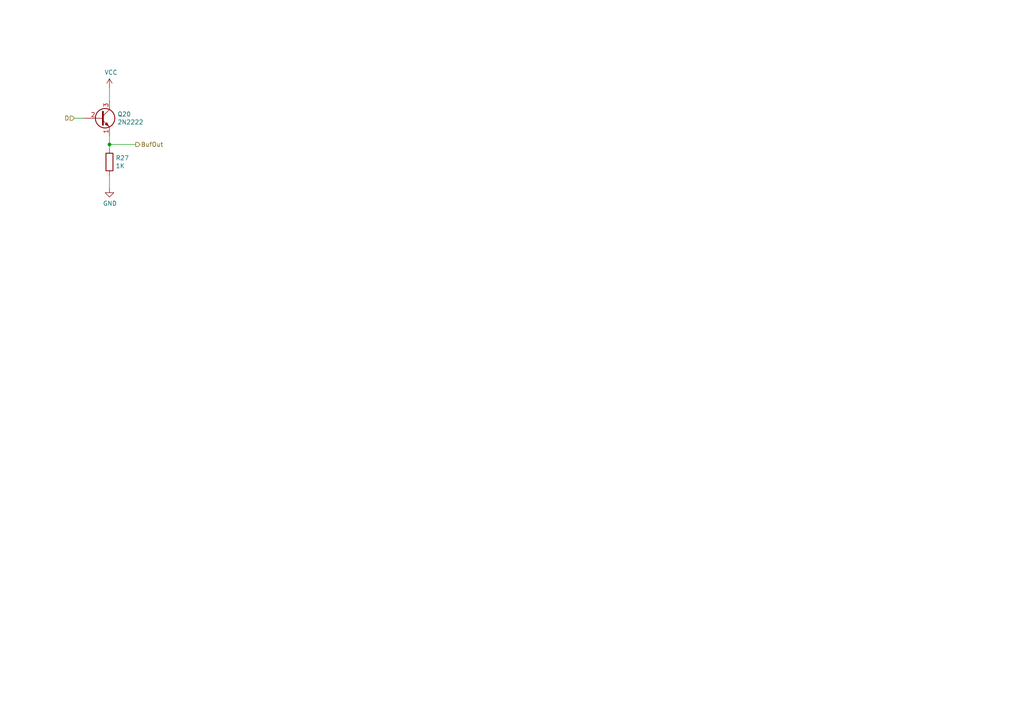
<source format=kicad_sch>
(kicad_sch (version 20230121) (generator eeschema)
  (paper "A4")
  (lib_symbols
    (symbol "2n2222:2N2222" (pin_names (offset 0) hide)
      (property "Reference" "Q" (at 5.08 1.905 0))
      (property "Value" "2N2222" (at 5.08 0 0))
      (symbol "2N2222_0_1"
        (polyline (pts (xy 0.635 0.635) (xy 2.54 2.54)))
        (polyline (pts (xy 0.635 -0.635) (xy 2.54 -2.54) (xy 2.54 -2.54)))
        (polyline (pts (xy 0.635 1.905) (xy 0.635 -1.905) (xy 0.635 -1.905)) (stroke (width 0.508)))
        (polyline (pts (xy 1.27 -1.778) (xy 1.778 -1.27) (xy 2.286 -2.286) (xy 1.27 -1.778) (xy 1.27 -1.778)) (fill (type outline)))
        (circle (center 1.27 0) (radius 2.8194) (stroke (width 0.254)))
      )
      (symbol "2N2222_1_1"
        (pin passive line (at 2.54 -5.08 90) (length 2.54) (name "E") (number "1"))
        (pin passive line (at -5.08 0 0) (length 5.715) (name "B") (number "2"))
        (pin passive line (at 2.54 5.08 270) (length 2.54) (name "C") (number "3"))
      )
    )
    (symbol "Device:R" (pin_numbers hide) (pin_names (offset 0))
      (property "Reference" "R" (at 2.032 0 90))
      (property "Value" "R" (at 0 0 90))
      (symbol "R_0_1"
        (rectangle (start -1.016 -2.54) (end 1.016 2.54) (stroke (width 0.254)))
      )
      (symbol "R_1_1"
        (pin passive line (at 0 3.81 270) (length 1.27) (name "~") (number "1"))
        (pin passive line (at 0 -3.81 90) (length 1.27) (name "~") (number "2"))
      )
    )
    (symbol "power:GND" (power) (pin_names (offset 0))
      (property "Value" "GND" (at 0 -3.81 0))
      (symbol "GND_0_1"
        (polyline (pts (xy 0 0) (xy 0 -1.27) (xy 1.27 -1.27) (xy 0 -2.54) (xy -1.27 -1.27) (xy 0 -1.27)))
      )
      (symbol "GND_1_1"
        (pin power_in line (at 0 0 270) (length 0) hide (name "GND") (number "1"))
      )
    )
    (symbol "power:VCC" (power) (pin_names (offset 0))
      (property "Value" "VCC" (at 0 3.81 0))
      (symbol "VCC_0_1"
        (polyline (pts (xy -0.762 1.27) (xy 0 2.54)))
        (polyline (pts (xy 0 0) (xy 0 2.54)))
        (polyline (pts (xy 0 2.54) (xy 0.762 1.27)))
      )
      (symbol "VCC_1_1"
        (pin power_in line (at 0 0 90) (length 0) hide (name "VCC") (number "1"))
      )
    )
  )
  (junction (at 31.75 41.91))
  (wire (pts (xy 31.75 54.61) (xy 31.75 50.8)))
  (wire (pts (xy 21.59 34.29) (xy 24.13 34.29)))
  (wire (pts (xy 31.75 43.18) (xy 31.75 41.91)))
  (wire (pts (xy 31.75 29.21) (xy 31.75 25.4)))
  (wire (pts (xy 31.75 41.91) (xy 31.75 39.37)))
  (wire (pts (xy 39.37 41.91) (xy 31.75 41.91)))
  (hierarchical_label "BufOut" (shape output) (at 39.37 41.91 0))
  (hierarchical_label "D" (shape input) (at 21.59 34.29 180))
  (symbol (lib_id "power:GND") (at 31.75 54.61 0) (unit 1)
    (property "Reference" "#PWR041" (effects hide))
    (property "Value" "GND" (at 31.877 59.0042 0))
  )
  (symbol (lib_id "2n2222:2N2222") (at 29.21 34.29 0) (unit 1)
    (property "Reference" "Q20" (at 34.036 33.1216 0) (effects (justify left)))
    (property "Value" "2N2222" (at 34.036 35.433 0) (effects (justify left)))
    (property "Footprint" "Package_TO_SOT_THT:TO-92_Inline" (effects hide))
    (property "Datasheet" "https://www.fairchildsemi.com/datasheets/2N/2N3904.pdf" (effects hide))
  )
  (symbol (lib_id "Device:R") (at 31.75 46.99 180) (unit 1)
    (property "Reference" "R27" (at 33.528 45.8216 0) (effects (justify right)))
    (property "Value" "1K" (at 33.528 48.133 0) (effects (justify right)))
    (property "Footprint" "Resistor_THT:R_Axial_DIN0309_L9.0mm_D3.2mm_P12.70mm_Horizontal" (effects hide))
  )
  (symbol (lib_id "power:VCC") (at 31.75 25.4 0) (unit 1)
    (property "Reference" "#PWR040" (effects hide))
    (property "Value" "VCC" (at 32.1818 21.0058 0))
  )
)
</source>
